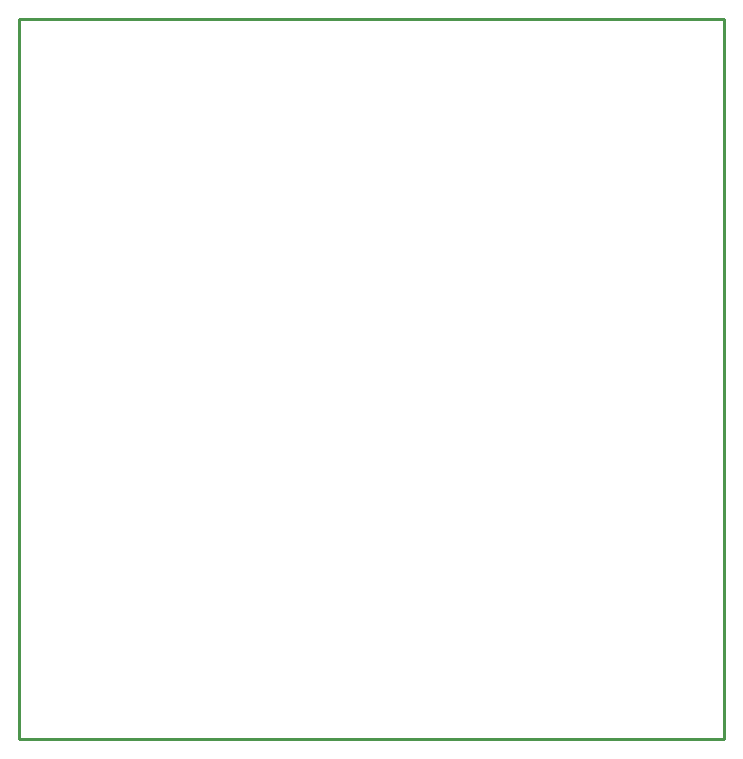
<source format=gko>
%FSAX24Y24*%
%MOIN*%
G70*
G01*
G75*
G04 Layer_Color=16711935*
%ADD10R,0.0472X0.0551*%
%ADD11R,0.0551X0.0472*%
%ADD12O,0.0217X0.0689*%
%ADD13O,0.0689X0.0217*%
%ADD14R,0.0433X0.0669*%
%ADD15C,0.0150*%
%ADD16C,0.0100*%
%ADD17C,0.0200*%
%ADD18C,0.0472*%
%ADD19C,0.1181*%
%ADD20C,0.0669*%
%ADD21C,0.1378*%
%ADD22C,0.0630*%
%ADD23R,0.0600X0.0600*%
%ADD24C,0.0600*%
%ADD25R,0.0591X0.0591*%
%ADD26C,0.0591*%
%ADD27C,0.0394*%
%ADD28C,0.0551*%
%ADD29C,0.0500*%
%ADD30R,0.0236X0.0453*%
%ADD31C,0.0118*%
%ADD32C,0.0079*%
%ADD33C,0.0236*%
%ADD34C,0.0098*%
%ADD35C,0.0050*%
%ADD36R,0.0532X0.0611*%
%ADD37R,0.0611X0.0532*%
%ADD38O,0.0277X0.0749*%
%ADD39O,0.0749X0.0277*%
%ADD40R,0.0493X0.0729*%
%ADD41C,0.0532*%
%ADD42C,0.1241*%
%ADD43C,0.0729*%
%ADD44C,0.1438*%
%ADD45C,0.0690*%
%ADD46R,0.0660X0.0660*%
%ADD47C,0.0660*%
%ADD48R,0.0651X0.0651*%
%ADD49C,0.0651*%
%ADD50C,0.1260*%
%ADD51C,0.0611*%
%ADD52C,0.0560*%
%ADD53R,0.0296X0.0513*%
D16*
X027500Y020500D02*
Y044500D01*
X051000D01*
Y020500D02*
Y044500D01*
X027500Y020500D02*
X051000D01*
M02*

</source>
